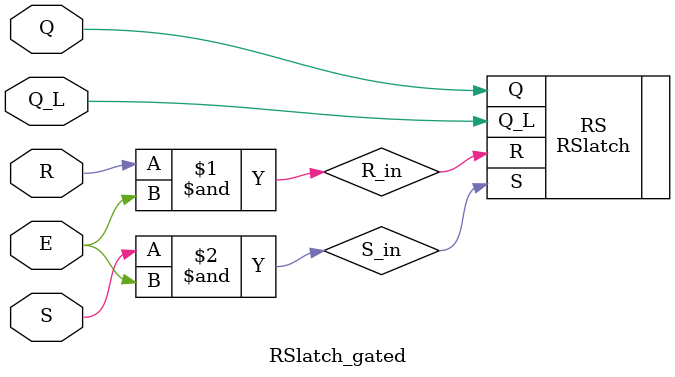
<source format=v>
`timescale 1ns / 1ps
module RSlatch_gated(input R,
                     input S,
                     input E,
                     inout Q,
                     inout Q_L);
  
  
  wire R_in;
  and(R_in, R, E);
  
  wire S_in;
  and(S_in, S, E);
  
  RSlatch RS(
  .R(R_in),
  .S(S_in),
  .Q(Q),
  .Q_L(Q_L)
  );
  
endmodule

</source>
